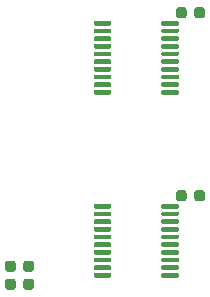
<source format=gbr>
%TF.GenerationSoftware,KiCad,Pcbnew,(5.1.9)-1*%
%TF.CreationDate,2021-05-16T11:37:59+01:00*%
%TF.ProjectId,Controller,436f6e74-726f-46c6-9c65-722e6b696361,rev?*%
%TF.SameCoordinates,Original*%
%TF.FileFunction,Paste,Top*%
%TF.FilePolarity,Positive*%
%FSLAX46Y46*%
G04 Gerber Fmt 4.6, Leading zero omitted, Abs format (unit mm)*
G04 Created by KiCad (PCBNEW (5.1.9)-1) date 2021-05-16 11:37:59*
%MOMM*%
%LPD*%
G01*
G04 APERTURE LIST*
G04 APERTURE END LIST*
%TO.C,C4*%
G36*
G01*
X147912000Y-135378000D02*
X147912000Y-134878000D01*
G75*
G02*
X148137000Y-134653000I225000J0D01*
G01*
X148587000Y-134653000D01*
G75*
G02*
X148812000Y-134878000I0J-225000D01*
G01*
X148812000Y-135378000D01*
G75*
G02*
X148587000Y-135603000I-225000J0D01*
G01*
X148137000Y-135603000D01*
G75*
G02*
X147912000Y-135378000I0J225000D01*
G01*
G37*
G36*
G01*
X146362000Y-135378000D02*
X146362000Y-134878000D01*
G75*
G02*
X146587000Y-134653000I225000J0D01*
G01*
X147037000Y-134653000D01*
G75*
G02*
X147262000Y-134878000I0J-225000D01*
G01*
X147262000Y-135378000D01*
G75*
G02*
X147037000Y-135603000I-225000J0D01*
G01*
X146587000Y-135603000D01*
G75*
G02*
X146362000Y-135378000I0J225000D01*
G01*
G37*
%TD*%
%TO.C,C3*%
G36*
G01*
X147262000Y-136402000D02*
X147262000Y-136902000D01*
G75*
G02*
X147037000Y-137127000I-225000J0D01*
G01*
X146587000Y-137127000D01*
G75*
G02*
X146362000Y-136902000I0J225000D01*
G01*
X146362000Y-136402000D01*
G75*
G02*
X146587000Y-136177000I225000J0D01*
G01*
X147037000Y-136177000D01*
G75*
G02*
X147262000Y-136402000I0J-225000D01*
G01*
G37*
G36*
G01*
X148812000Y-136402000D02*
X148812000Y-136902000D01*
G75*
G02*
X148587000Y-137127000I-225000J0D01*
G01*
X148137000Y-137127000D01*
G75*
G02*
X147912000Y-136902000I0J225000D01*
G01*
X147912000Y-136402000D01*
G75*
G02*
X148137000Y-136177000I225000J0D01*
G01*
X148587000Y-136177000D01*
G75*
G02*
X148812000Y-136402000I0J-225000D01*
G01*
G37*
%TD*%
%TO.C,IC2*%
G36*
G01*
X159605000Y-130144000D02*
X159605000Y-129944000D01*
G75*
G02*
X159705000Y-129844000I100000J0D01*
G01*
X160980000Y-129844000D01*
G75*
G02*
X161080000Y-129944000I0J-100000D01*
G01*
X161080000Y-130144000D01*
G75*
G02*
X160980000Y-130244000I-100000J0D01*
G01*
X159705000Y-130244000D01*
G75*
G02*
X159605000Y-130144000I0J100000D01*
G01*
G37*
G36*
G01*
X159605000Y-130794000D02*
X159605000Y-130594000D01*
G75*
G02*
X159705000Y-130494000I100000J0D01*
G01*
X160980000Y-130494000D01*
G75*
G02*
X161080000Y-130594000I0J-100000D01*
G01*
X161080000Y-130794000D01*
G75*
G02*
X160980000Y-130894000I-100000J0D01*
G01*
X159705000Y-130894000D01*
G75*
G02*
X159605000Y-130794000I0J100000D01*
G01*
G37*
G36*
G01*
X159605000Y-131444000D02*
X159605000Y-131244000D01*
G75*
G02*
X159705000Y-131144000I100000J0D01*
G01*
X160980000Y-131144000D01*
G75*
G02*
X161080000Y-131244000I0J-100000D01*
G01*
X161080000Y-131444000D01*
G75*
G02*
X160980000Y-131544000I-100000J0D01*
G01*
X159705000Y-131544000D01*
G75*
G02*
X159605000Y-131444000I0J100000D01*
G01*
G37*
G36*
G01*
X159605000Y-132094000D02*
X159605000Y-131894000D01*
G75*
G02*
X159705000Y-131794000I100000J0D01*
G01*
X160980000Y-131794000D01*
G75*
G02*
X161080000Y-131894000I0J-100000D01*
G01*
X161080000Y-132094000D01*
G75*
G02*
X160980000Y-132194000I-100000J0D01*
G01*
X159705000Y-132194000D01*
G75*
G02*
X159605000Y-132094000I0J100000D01*
G01*
G37*
G36*
G01*
X159605000Y-132744000D02*
X159605000Y-132544000D01*
G75*
G02*
X159705000Y-132444000I100000J0D01*
G01*
X160980000Y-132444000D01*
G75*
G02*
X161080000Y-132544000I0J-100000D01*
G01*
X161080000Y-132744000D01*
G75*
G02*
X160980000Y-132844000I-100000J0D01*
G01*
X159705000Y-132844000D01*
G75*
G02*
X159605000Y-132744000I0J100000D01*
G01*
G37*
G36*
G01*
X159605000Y-133394000D02*
X159605000Y-133194000D01*
G75*
G02*
X159705000Y-133094000I100000J0D01*
G01*
X160980000Y-133094000D01*
G75*
G02*
X161080000Y-133194000I0J-100000D01*
G01*
X161080000Y-133394000D01*
G75*
G02*
X160980000Y-133494000I-100000J0D01*
G01*
X159705000Y-133494000D01*
G75*
G02*
X159605000Y-133394000I0J100000D01*
G01*
G37*
G36*
G01*
X159605000Y-134044000D02*
X159605000Y-133844000D01*
G75*
G02*
X159705000Y-133744000I100000J0D01*
G01*
X160980000Y-133744000D01*
G75*
G02*
X161080000Y-133844000I0J-100000D01*
G01*
X161080000Y-134044000D01*
G75*
G02*
X160980000Y-134144000I-100000J0D01*
G01*
X159705000Y-134144000D01*
G75*
G02*
X159605000Y-134044000I0J100000D01*
G01*
G37*
G36*
G01*
X159605000Y-134694000D02*
X159605000Y-134494000D01*
G75*
G02*
X159705000Y-134394000I100000J0D01*
G01*
X160980000Y-134394000D01*
G75*
G02*
X161080000Y-134494000I0J-100000D01*
G01*
X161080000Y-134694000D01*
G75*
G02*
X160980000Y-134794000I-100000J0D01*
G01*
X159705000Y-134794000D01*
G75*
G02*
X159605000Y-134694000I0J100000D01*
G01*
G37*
G36*
G01*
X159605000Y-135344000D02*
X159605000Y-135144000D01*
G75*
G02*
X159705000Y-135044000I100000J0D01*
G01*
X160980000Y-135044000D01*
G75*
G02*
X161080000Y-135144000I0J-100000D01*
G01*
X161080000Y-135344000D01*
G75*
G02*
X160980000Y-135444000I-100000J0D01*
G01*
X159705000Y-135444000D01*
G75*
G02*
X159605000Y-135344000I0J100000D01*
G01*
G37*
G36*
G01*
X159605000Y-135994000D02*
X159605000Y-135794000D01*
G75*
G02*
X159705000Y-135694000I100000J0D01*
G01*
X160980000Y-135694000D01*
G75*
G02*
X161080000Y-135794000I0J-100000D01*
G01*
X161080000Y-135994000D01*
G75*
G02*
X160980000Y-136094000I-100000J0D01*
G01*
X159705000Y-136094000D01*
G75*
G02*
X159605000Y-135994000I0J100000D01*
G01*
G37*
G36*
G01*
X153880000Y-135994000D02*
X153880000Y-135794000D01*
G75*
G02*
X153980000Y-135694000I100000J0D01*
G01*
X155255000Y-135694000D01*
G75*
G02*
X155355000Y-135794000I0J-100000D01*
G01*
X155355000Y-135994000D01*
G75*
G02*
X155255000Y-136094000I-100000J0D01*
G01*
X153980000Y-136094000D01*
G75*
G02*
X153880000Y-135994000I0J100000D01*
G01*
G37*
G36*
G01*
X153880000Y-135344000D02*
X153880000Y-135144000D01*
G75*
G02*
X153980000Y-135044000I100000J0D01*
G01*
X155255000Y-135044000D01*
G75*
G02*
X155355000Y-135144000I0J-100000D01*
G01*
X155355000Y-135344000D01*
G75*
G02*
X155255000Y-135444000I-100000J0D01*
G01*
X153980000Y-135444000D01*
G75*
G02*
X153880000Y-135344000I0J100000D01*
G01*
G37*
G36*
G01*
X153880000Y-134694000D02*
X153880000Y-134494000D01*
G75*
G02*
X153980000Y-134394000I100000J0D01*
G01*
X155255000Y-134394000D01*
G75*
G02*
X155355000Y-134494000I0J-100000D01*
G01*
X155355000Y-134694000D01*
G75*
G02*
X155255000Y-134794000I-100000J0D01*
G01*
X153980000Y-134794000D01*
G75*
G02*
X153880000Y-134694000I0J100000D01*
G01*
G37*
G36*
G01*
X153880000Y-134044000D02*
X153880000Y-133844000D01*
G75*
G02*
X153980000Y-133744000I100000J0D01*
G01*
X155255000Y-133744000D01*
G75*
G02*
X155355000Y-133844000I0J-100000D01*
G01*
X155355000Y-134044000D01*
G75*
G02*
X155255000Y-134144000I-100000J0D01*
G01*
X153980000Y-134144000D01*
G75*
G02*
X153880000Y-134044000I0J100000D01*
G01*
G37*
G36*
G01*
X153880000Y-133394000D02*
X153880000Y-133194000D01*
G75*
G02*
X153980000Y-133094000I100000J0D01*
G01*
X155255000Y-133094000D01*
G75*
G02*
X155355000Y-133194000I0J-100000D01*
G01*
X155355000Y-133394000D01*
G75*
G02*
X155255000Y-133494000I-100000J0D01*
G01*
X153980000Y-133494000D01*
G75*
G02*
X153880000Y-133394000I0J100000D01*
G01*
G37*
G36*
G01*
X153880000Y-132744000D02*
X153880000Y-132544000D01*
G75*
G02*
X153980000Y-132444000I100000J0D01*
G01*
X155255000Y-132444000D01*
G75*
G02*
X155355000Y-132544000I0J-100000D01*
G01*
X155355000Y-132744000D01*
G75*
G02*
X155255000Y-132844000I-100000J0D01*
G01*
X153980000Y-132844000D01*
G75*
G02*
X153880000Y-132744000I0J100000D01*
G01*
G37*
G36*
G01*
X153880000Y-132094000D02*
X153880000Y-131894000D01*
G75*
G02*
X153980000Y-131794000I100000J0D01*
G01*
X155255000Y-131794000D01*
G75*
G02*
X155355000Y-131894000I0J-100000D01*
G01*
X155355000Y-132094000D01*
G75*
G02*
X155255000Y-132194000I-100000J0D01*
G01*
X153980000Y-132194000D01*
G75*
G02*
X153880000Y-132094000I0J100000D01*
G01*
G37*
G36*
G01*
X153880000Y-131444000D02*
X153880000Y-131244000D01*
G75*
G02*
X153980000Y-131144000I100000J0D01*
G01*
X155255000Y-131144000D01*
G75*
G02*
X155355000Y-131244000I0J-100000D01*
G01*
X155355000Y-131444000D01*
G75*
G02*
X155255000Y-131544000I-100000J0D01*
G01*
X153980000Y-131544000D01*
G75*
G02*
X153880000Y-131444000I0J100000D01*
G01*
G37*
G36*
G01*
X153880000Y-130794000D02*
X153880000Y-130594000D01*
G75*
G02*
X153980000Y-130494000I100000J0D01*
G01*
X155255000Y-130494000D01*
G75*
G02*
X155355000Y-130594000I0J-100000D01*
G01*
X155355000Y-130794000D01*
G75*
G02*
X155255000Y-130894000I-100000J0D01*
G01*
X153980000Y-130894000D01*
G75*
G02*
X153880000Y-130794000I0J100000D01*
G01*
G37*
G36*
G01*
X153880000Y-130144000D02*
X153880000Y-129944000D01*
G75*
G02*
X153980000Y-129844000I100000J0D01*
G01*
X155255000Y-129844000D01*
G75*
G02*
X155355000Y-129944000I0J-100000D01*
G01*
X155355000Y-130144000D01*
G75*
G02*
X155255000Y-130244000I-100000J0D01*
G01*
X153980000Y-130244000D01*
G75*
G02*
X153880000Y-130144000I0J100000D01*
G01*
G37*
%TD*%
%TO.C,IC1*%
G36*
G01*
X159605000Y-114650000D02*
X159605000Y-114450000D01*
G75*
G02*
X159705000Y-114350000I100000J0D01*
G01*
X160980000Y-114350000D01*
G75*
G02*
X161080000Y-114450000I0J-100000D01*
G01*
X161080000Y-114650000D01*
G75*
G02*
X160980000Y-114750000I-100000J0D01*
G01*
X159705000Y-114750000D01*
G75*
G02*
X159605000Y-114650000I0J100000D01*
G01*
G37*
G36*
G01*
X159605000Y-115300000D02*
X159605000Y-115100000D01*
G75*
G02*
X159705000Y-115000000I100000J0D01*
G01*
X160980000Y-115000000D01*
G75*
G02*
X161080000Y-115100000I0J-100000D01*
G01*
X161080000Y-115300000D01*
G75*
G02*
X160980000Y-115400000I-100000J0D01*
G01*
X159705000Y-115400000D01*
G75*
G02*
X159605000Y-115300000I0J100000D01*
G01*
G37*
G36*
G01*
X159605000Y-115950000D02*
X159605000Y-115750000D01*
G75*
G02*
X159705000Y-115650000I100000J0D01*
G01*
X160980000Y-115650000D01*
G75*
G02*
X161080000Y-115750000I0J-100000D01*
G01*
X161080000Y-115950000D01*
G75*
G02*
X160980000Y-116050000I-100000J0D01*
G01*
X159705000Y-116050000D01*
G75*
G02*
X159605000Y-115950000I0J100000D01*
G01*
G37*
G36*
G01*
X159605000Y-116600000D02*
X159605000Y-116400000D01*
G75*
G02*
X159705000Y-116300000I100000J0D01*
G01*
X160980000Y-116300000D01*
G75*
G02*
X161080000Y-116400000I0J-100000D01*
G01*
X161080000Y-116600000D01*
G75*
G02*
X160980000Y-116700000I-100000J0D01*
G01*
X159705000Y-116700000D01*
G75*
G02*
X159605000Y-116600000I0J100000D01*
G01*
G37*
G36*
G01*
X159605000Y-117250000D02*
X159605000Y-117050000D01*
G75*
G02*
X159705000Y-116950000I100000J0D01*
G01*
X160980000Y-116950000D01*
G75*
G02*
X161080000Y-117050000I0J-100000D01*
G01*
X161080000Y-117250000D01*
G75*
G02*
X160980000Y-117350000I-100000J0D01*
G01*
X159705000Y-117350000D01*
G75*
G02*
X159605000Y-117250000I0J100000D01*
G01*
G37*
G36*
G01*
X159605000Y-117900000D02*
X159605000Y-117700000D01*
G75*
G02*
X159705000Y-117600000I100000J0D01*
G01*
X160980000Y-117600000D01*
G75*
G02*
X161080000Y-117700000I0J-100000D01*
G01*
X161080000Y-117900000D01*
G75*
G02*
X160980000Y-118000000I-100000J0D01*
G01*
X159705000Y-118000000D01*
G75*
G02*
X159605000Y-117900000I0J100000D01*
G01*
G37*
G36*
G01*
X159605000Y-118550000D02*
X159605000Y-118350000D01*
G75*
G02*
X159705000Y-118250000I100000J0D01*
G01*
X160980000Y-118250000D01*
G75*
G02*
X161080000Y-118350000I0J-100000D01*
G01*
X161080000Y-118550000D01*
G75*
G02*
X160980000Y-118650000I-100000J0D01*
G01*
X159705000Y-118650000D01*
G75*
G02*
X159605000Y-118550000I0J100000D01*
G01*
G37*
G36*
G01*
X159605000Y-119200000D02*
X159605000Y-119000000D01*
G75*
G02*
X159705000Y-118900000I100000J0D01*
G01*
X160980000Y-118900000D01*
G75*
G02*
X161080000Y-119000000I0J-100000D01*
G01*
X161080000Y-119200000D01*
G75*
G02*
X160980000Y-119300000I-100000J0D01*
G01*
X159705000Y-119300000D01*
G75*
G02*
X159605000Y-119200000I0J100000D01*
G01*
G37*
G36*
G01*
X159605000Y-119850000D02*
X159605000Y-119650000D01*
G75*
G02*
X159705000Y-119550000I100000J0D01*
G01*
X160980000Y-119550000D01*
G75*
G02*
X161080000Y-119650000I0J-100000D01*
G01*
X161080000Y-119850000D01*
G75*
G02*
X160980000Y-119950000I-100000J0D01*
G01*
X159705000Y-119950000D01*
G75*
G02*
X159605000Y-119850000I0J100000D01*
G01*
G37*
G36*
G01*
X159605000Y-120500000D02*
X159605000Y-120300000D01*
G75*
G02*
X159705000Y-120200000I100000J0D01*
G01*
X160980000Y-120200000D01*
G75*
G02*
X161080000Y-120300000I0J-100000D01*
G01*
X161080000Y-120500000D01*
G75*
G02*
X160980000Y-120600000I-100000J0D01*
G01*
X159705000Y-120600000D01*
G75*
G02*
X159605000Y-120500000I0J100000D01*
G01*
G37*
G36*
G01*
X153880000Y-120500000D02*
X153880000Y-120300000D01*
G75*
G02*
X153980000Y-120200000I100000J0D01*
G01*
X155255000Y-120200000D01*
G75*
G02*
X155355000Y-120300000I0J-100000D01*
G01*
X155355000Y-120500000D01*
G75*
G02*
X155255000Y-120600000I-100000J0D01*
G01*
X153980000Y-120600000D01*
G75*
G02*
X153880000Y-120500000I0J100000D01*
G01*
G37*
G36*
G01*
X153880000Y-119850000D02*
X153880000Y-119650000D01*
G75*
G02*
X153980000Y-119550000I100000J0D01*
G01*
X155255000Y-119550000D01*
G75*
G02*
X155355000Y-119650000I0J-100000D01*
G01*
X155355000Y-119850000D01*
G75*
G02*
X155255000Y-119950000I-100000J0D01*
G01*
X153980000Y-119950000D01*
G75*
G02*
X153880000Y-119850000I0J100000D01*
G01*
G37*
G36*
G01*
X153880000Y-119200000D02*
X153880000Y-119000000D01*
G75*
G02*
X153980000Y-118900000I100000J0D01*
G01*
X155255000Y-118900000D01*
G75*
G02*
X155355000Y-119000000I0J-100000D01*
G01*
X155355000Y-119200000D01*
G75*
G02*
X155255000Y-119300000I-100000J0D01*
G01*
X153980000Y-119300000D01*
G75*
G02*
X153880000Y-119200000I0J100000D01*
G01*
G37*
G36*
G01*
X153880000Y-118550000D02*
X153880000Y-118350000D01*
G75*
G02*
X153980000Y-118250000I100000J0D01*
G01*
X155255000Y-118250000D01*
G75*
G02*
X155355000Y-118350000I0J-100000D01*
G01*
X155355000Y-118550000D01*
G75*
G02*
X155255000Y-118650000I-100000J0D01*
G01*
X153980000Y-118650000D01*
G75*
G02*
X153880000Y-118550000I0J100000D01*
G01*
G37*
G36*
G01*
X153880000Y-117900000D02*
X153880000Y-117700000D01*
G75*
G02*
X153980000Y-117600000I100000J0D01*
G01*
X155255000Y-117600000D01*
G75*
G02*
X155355000Y-117700000I0J-100000D01*
G01*
X155355000Y-117900000D01*
G75*
G02*
X155255000Y-118000000I-100000J0D01*
G01*
X153980000Y-118000000D01*
G75*
G02*
X153880000Y-117900000I0J100000D01*
G01*
G37*
G36*
G01*
X153880000Y-117250000D02*
X153880000Y-117050000D01*
G75*
G02*
X153980000Y-116950000I100000J0D01*
G01*
X155255000Y-116950000D01*
G75*
G02*
X155355000Y-117050000I0J-100000D01*
G01*
X155355000Y-117250000D01*
G75*
G02*
X155255000Y-117350000I-100000J0D01*
G01*
X153980000Y-117350000D01*
G75*
G02*
X153880000Y-117250000I0J100000D01*
G01*
G37*
G36*
G01*
X153880000Y-116600000D02*
X153880000Y-116400000D01*
G75*
G02*
X153980000Y-116300000I100000J0D01*
G01*
X155255000Y-116300000D01*
G75*
G02*
X155355000Y-116400000I0J-100000D01*
G01*
X155355000Y-116600000D01*
G75*
G02*
X155255000Y-116700000I-100000J0D01*
G01*
X153980000Y-116700000D01*
G75*
G02*
X153880000Y-116600000I0J100000D01*
G01*
G37*
G36*
G01*
X153880000Y-115950000D02*
X153880000Y-115750000D01*
G75*
G02*
X153980000Y-115650000I100000J0D01*
G01*
X155255000Y-115650000D01*
G75*
G02*
X155355000Y-115750000I0J-100000D01*
G01*
X155355000Y-115950000D01*
G75*
G02*
X155255000Y-116050000I-100000J0D01*
G01*
X153980000Y-116050000D01*
G75*
G02*
X153880000Y-115950000I0J100000D01*
G01*
G37*
G36*
G01*
X153880000Y-115300000D02*
X153880000Y-115100000D01*
G75*
G02*
X153980000Y-115000000I100000J0D01*
G01*
X155255000Y-115000000D01*
G75*
G02*
X155355000Y-115100000I0J-100000D01*
G01*
X155355000Y-115300000D01*
G75*
G02*
X155255000Y-115400000I-100000J0D01*
G01*
X153980000Y-115400000D01*
G75*
G02*
X153880000Y-115300000I0J100000D01*
G01*
G37*
G36*
G01*
X153880000Y-114650000D02*
X153880000Y-114450000D01*
G75*
G02*
X153980000Y-114350000I100000J0D01*
G01*
X155255000Y-114350000D01*
G75*
G02*
X155355000Y-114450000I0J-100000D01*
G01*
X155355000Y-114650000D01*
G75*
G02*
X155255000Y-114750000I-100000J0D01*
G01*
X153980000Y-114750000D01*
G75*
G02*
X153880000Y-114650000I0J100000D01*
G01*
G37*
%TD*%
%TO.C,C2*%
G36*
G01*
X162390000Y-129409000D02*
X162390000Y-128909000D01*
G75*
G02*
X162615000Y-128684000I225000J0D01*
G01*
X163065000Y-128684000D01*
G75*
G02*
X163290000Y-128909000I0J-225000D01*
G01*
X163290000Y-129409000D01*
G75*
G02*
X163065000Y-129634000I-225000J0D01*
G01*
X162615000Y-129634000D01*
G75*
G02*
X162390000Y-129409000I0J225000D01*
G01*
G37*
G36*
G01*
X160840000Y-129409000D02*
X160840000Y-128909000D01*
G75*
G02*
X161065000Y-128684000I225000J0D01*
G01*
X161515000Y-128684000D01*
G75*
G02*
X161740000Y-128909000I0J-225000D01*
G01*
X161740000Y-129409000D01*
G75*
G02*
X161515000Y-129634000I-225000J0D01*
G01*
X161065000Y-129634000D01*
G75*
G02*
X160840000Y-129409000I0J225000D01*
G01*
G37*
%TD*%
%TO.C,C1*%
G36*
G01*
X162390000Y-113915000D02*
X162390000Y-113415000D01*
G75*
G02*
X162615000Y-113190000I225000J0D01*
G01*
X163065000Y-113190000D01*
G75*
G02*
X163290000Y-113415000I0J-225000D01*
G01*
X163290000Y-113915000D01*
G75*
G02*
X163065000Y-114140000I-225000J0D01*
G01*
X162615000Y-114140000D01*
G75*
G02*
X162390000Y-113915000I0J225000D01*
G01*
G37*
G36*
G01*
X160840000Y-113915000D02*
X160840000Y-113415000D01*
G75*
G02*
X161065000Y-113190000I225000J0D01*
G01*
X161515000Y-113190000D01*
G75*
G02*
X161740000Y-113415000I0J-225000D01*
G01*
X161740000Y-113915000D01*
G75*
G02*
X161515000Y-114140000I-225000J0D01*
G01*
X161065000Y-114140000D01*
G75*
G02*
X160840000Y-113915000I0J225000D01*
G01*
G37*
%TD*%
M02*

</source>
